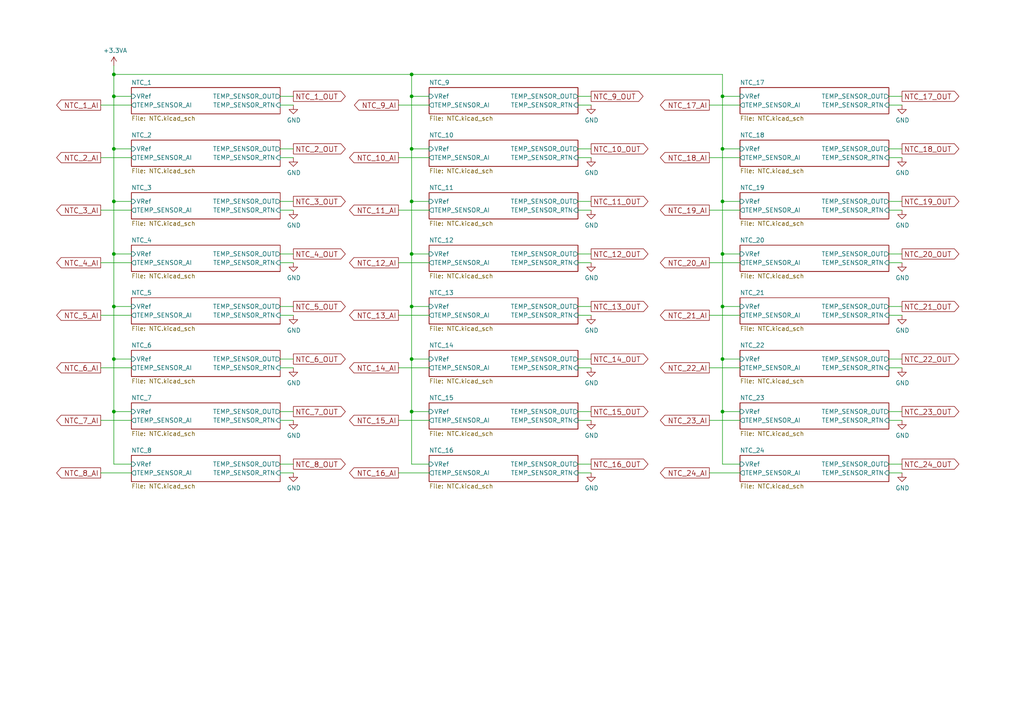
<source format=kicad_sch>
(kicad_sch (version 20250114) (generator "eeschema") (generator_version "9.0")
  (paper "A4")
  (lib_symbols
    (symbol "power:+3.3VA" (power) (pin_names (offset 0))
      (property "Value" "+3.3VA" (at 0 3.556 0))
      (symbol "+3.3VA_0_1"
        (polyline (pts (xy -0.762 1.27) (xy 0 2.54)))
        (polyline (pts (xy 0 2.54) (xy 0.762 1.27)))
        (polyline (pts (xy 0 0) (xy 0 2.54)))
      )
      (symbol "+3.3VA_1_1"
        (pin power_in line (at 0 0 90) (length 0) (hide yes) (name "+3.3VA") (number "1"))
      )
    )
    (symbol "power:GND" (power) (pin_names (offset 0))
      (property "Value" "GND" (at 0 -3.81 0))
      (symbol "GND_0_1"
        (polyline (pts (xy 0 0) (xy 0 -1.27) (xy 1.27 -1.27) (xy 0 -2.54) (xy -1.27 -1.27) (xy 0 -1.27)))
      )
      (symbol "GND_1_1"
        (pin power_in line (at 0 0 270) (length 0) (hide yes) (name "GND") (number "1"))
      )
    )
  )
  (junction (at 119.38 43.18))
  (junction (at 33.02 119.38))
  (junction (at 33.02 58.42))
  (junction (at 33.02 104.14))
  (junction (at 209.55 119.38))
  (junction (at 119.38 104.14))
  (junction (at 209.55 58.42))
  (junction (at 119.38 58.42))
  (junction (at 209.55 27.94))
  (junction (at 209.55 43.18))
  (junction (at 33.02 21.59))
  (junction (at 33.02 27.94))
  (junction (at 119.38 88.9))
  (junction (at 119.38 119.38))
  (junction (at 119.38 27.94))
  (junction (at 119.38 73.66))
  (junction (at 209.55 73.66))
  (junction (at 33.02 73.66))
  (junction (at 119.38 21.59))
  (junction (at 33.02 43.18))
  (junction (at 209.55 104.14))
  (junction (at 33.02 88.9))
  (junction (at 209.55 88.9))
  (wire (pts (xy 85.09 76.2) (xy 81.28 76.2)))
  (wire (pts (xy 214.63 27.94) (xy 209.55 27.94)))
  (wire (pts (xy 214.63 43.18) (xy 209.55 43.18)))
  (wire (pts (xy 171.45 60.96) (xy 167.64 60.96)))
  (wire (pts (xy 85.09 27.94) (xy 81.28 27.94)))
  (wire (pts (xy 38.1 30.48) (xy 29.21 30.48)))
  (wire (pts (xy 119.38 119.38) (xy 119.38 134.62)))
  (wire (pts (xy 119.38 73.66) (xy 124.46 73.66)))
  (wire (pts (xy 38.1 91.44) (xy 29.21 91.44)))
  (wire (pts (xy 119.38 88.9) (xy 124.46 88.9)))
  (wire (pts (xy 33.02 58.42) (xy 33.02 73.66)))
  (wire (pts (xy 115.57 76.2) (xy 124.46 76.2)))
  (wire (pts (xy 261.62 43.18) (xy 257.81 43.18)))
  (wire (pts (xy 33.02 104.14) (xy 33.02 119.38)))
  (wire (pts (xy 85.09 58.42) (xy 81.28 58.42)))
  (wire (pts (xy 85.09 119.38) (xy 81.28 119.38)))
  (wire (pts (xy 261.62 88.9) (xy 257.81 88.9)))
  (wire (pts (xy 261.62 104.14) (xy 257.81 104.14)))
  (wire (pts (xy 214.63 58.42) (xy 209.55 58.42)))
  (wire (pts (xy 115.57 137.16) (xy 124.46 137.16)))
  (wire (pts (xy 171.45 119.38) (xy 167.64 119.38)))
  (wire (pts (xy 261.62 121.92) (xy 257.81 121.92)))
  (wire (pts (xy 261.62 106.68) (xy 257.81 106.68)))
  (wire (pts (xy 119.38 43.18) (xy 119.38 58.42)))
  (wire (pts (xy 33.02 88.9) (xy 33.02 104.14)))
  (wire (pts (xy 38.1 106.68) (xy 29.21 106.68)))
  (wire (pts (xy 171.45 88.9) (xy 167.64 88.9)))
  (wire (pts (xy 38.1 76.2) (xy 29.21 76.2)))
  (wire (pts (xy 261.62 137.16) (xy 257.81 137.16)))
  (wire (pts (xy 171.45 121.92) (xy 167.64 121.92)))
  (wire (pts (xy 33.02 119.38) (xy 33.02 134.62)))
  (wire (pts (xy 261.62 91.44) (xy 257.81 91.44)))
  (wire (pts (xy 209.55 43.18) (xy 209.55 58.42)))
  (wire (pts (xy 171.45 137.16) (xy 167.64 137.16)))
  (wire (pts (xy 33.02 21.59) (xy 119.38 21.59)))
  (wire (pts (xy 214.63 76.2) (xy 205.74 76.2)))
  (wire (pts (xy 33.02 73.66) (xy 38.1 73.66)))
  (wire (pts (xy 214.63 73.66) (xy 209.55 73.66)))
  (wire (pts (xy 124.46 45.72) (xy 115.57 45.72)))
  (wire (pts (xy 209.55 27.94) (xy 209.55 43.18)))
  (wire (pts (xy 261.62 119.38) (xy 257.81 119.38)))
  (wire (pts (xy 209.55 73.66) (xy 209.55 88.9)))
  (wire (pts (xy 209.55 104.14) (xy 209.55 119.38)))
  (wire (pts (xy 85.09 45.72) (xy 81.28 45.72)))
  (wire (pts (xy 119.38 88.9) (xy 119.38 104.14)))
  (wire (pts (xy 33.02 88.9) (xy 38.1 88.9)))
  (wire (pts (xy 205.74 121.92) (xy 214.63 121.92)))
  (wire (pts (xy 33.02 27.94) (xy 33.02 43.18)))
  (wire (pts (xy 261.62 30.48) (xy 257.81 30.48)))
  (wire (pts (xy 38.1 45.72) (xy 29.21 45.72)))
  (wire (pts (xy 85.09 137.16) (xy 81.28 137.16)))
  (wire (pts (xy 261.62 27.94) (xy 257.81 27.94)))
  (wire (pts (xy 85.09 73.66) (xy 81.28 73.66)))
  (wire (pts (xy 124.46 27.94) (xy 119.38 27.94)))
  (wire (pts (xy 171.45 45.72) (xy 167.64 45.72)))
  (wire (pts (xy 33.02 43.18) (xy 33.02 58.42)))
  (wire (pts (xy 115.57 91.44) (xy 124.46 91.44)))
  (wire (pts (xy 171.45 58.42) (xy 167.64 58.42)))
  (wire (pts (xy 171.45 27.94) (xy 167.64 27.94)))
  (wire (pts (xy 171.45 134.62) (xy 167.64 134.62)))
  (wire (pts (xy 209.55 21.59) (xy 209.55 27.94)))
  (wire (pts (xy 124.46 119.38) (xy 119.38 119.38)))
  (wire (pts (xy 261.62 60.96) (xy 257.81 60.96)))
  (wire (pts (xy 85.09 134.62) (xy 81.28 134.62)))
  (wire (pts (xy 119.38 58.42) (xy 119.38 73.66)))
  (wire (pts (xy 171.45 106.68) (xy 167.64 106.68)))
  (wire (pts (xy 33.02 73.66) (xy 33.02 88.9)))
  (wire (pts (xy 33.02 43.18) (xy 38.1 43.18)))
  (wire (pts (xy 115.57 121.92) (xy 124.46 121.92)))
  (wire (pts (xy 214.63 60.96) (xy 205.74 60.96)))
  (wire (pts (xy 119.38 27.94) (xy 119.38 43.18)))
  (wire (pts (xy 209.55 134.62) (xy 214.63 134.62)))
  (wire (pts (xy 85.09 91.44) (xy 81.28 91.44)))
  (wire (pts (xy 214.63 30.48) (xy 205.74 30.48)))
  (wire (pts (xy 171.45 104.14) (xy 167.64 104.14)))
  (wire (pts (xy 209.55 21.59) (xy 119.38 21.59)))
  (wire (pts (xy 205.74 137.16) (xy 214.63 137.16)))
  (wire (pts (xy 85.09 30.48) (xy 81.28 30.48)))
  (wire (pts (xy 171.45 76.2) (xy 167.64 76.2)))
  (wire (pts (xy 85.09 104.14) (xy 81.28 104.14)))
  (wire (pts (xy 209.55 88.9) (xy 209.55 104.14)))
  (wire (pts (xy 171.45 30.48) (xy 167.64 30.48)))
  (wire (pts (xy 171.45 91.44) (xy 167.64 91.44)))
  (wire (pts (xy 38.1 137.16) (xy 29.21 137.16)))
  (wire (pts (xy 33.02 27.94) (xy 33.02 21.59)))
  (wire (pts (xy 124.46 30.48) (xy 115.57 30.48)))
  (wire (pts (xy 85.09 43.18) (xy 81.28 43.18)))
  (wire (pts (xy 85.09 60.96) (xy 81.28 60.96)))
  (wire (pts (xy 85.09 88.9) (xy 81.28 88.9)))
  (wire (pts (xy 85.09 106.68) (xy 81.28 106.68)))
  (wire (pts (xy 119.38 58.42) (xy 124.46 58.42)))
  (wire (pts (xy 261.62 73.66) (xy 257.81 73.66)))
  (wire (pts (xy 171.45 73.66) (xy 167.64 73.66)))
  (wire (pts (xy 33.02 119.38) (xy 38.1 119.38)))
  (wire (pts (xy 33.02 58.42) (xy 38.1 58.42)))
  (wire (pts (xy 261.62 58.42) (xy 257.81 58.42)))
  (wire (pts (xy 33.02 104.14) (xy 38.1 104.14)))
  (wire (pts (xy 124.46 43.18) (xy 119.38 43.18)))
  (wire (pts (xy 261.62 134.62) (xy 257.81 134.62)))
  (wire (pts (xy 205.74 91.44) (xy 214.63 91.44)))
  (wire (pts (xy 38.1 121.92) (xy 29.21 121.92)))
  (wire (pts (xy 209.55 104.14) (xy 214.63 104.14)))
  (wire (pts (xy 209.55 119.38) (xy 209.55 134.62)))
  (wire (pts (xy 85.09 121.92) (xy 81.28 121.92)))
  (wire (pts (xy 115.57 106.68) (xy 124.46 106.68)))
  (wire (pts (xy 119.38 104.14) (xy 124.46 104.14)))
  (wire (pts (xy 261.62 76.2) (xy 257.81 76.2)))
  (wire (pts (xy 33.02 134.62) (xy 38.1 134.62)))
  (wire (pts (xy 124.46 134.62) (xy 119.38 134.62)))
  (wire (pts (xy 205.74 106.68) (xy 214.63 106.68)))
  (wire (pts (xy 115.57 60.96) (xy 124.46 60.96)))
  (wire (pts (xy 119.38 21.59) (xy 119.38 27.94)))
  (wire (pts (xy 119.38 104.14) (xy 119.38 119.38)))
  (wire (pts (xy 38.1 27.94) (xy 33.02 27.94)))
  (wire (pts (xy 33.02 21.59) (xy 33.02 19.05)))
  (wire (pts (xy 171.45 43.18) (xy 167.64 43.18)))
  (wire (pts (xy 209.55 88.9) (xy 214.63 88.9)))
  (wire (pts (xy 209.55 58.42) (xy 209.55 73.66)))
  (wire (pts (xy 209.55 119.38) (xy 214.63 119.38)))
  (wire (pts (xy 119.38 73.66) (xy 119.38 88.9)))
  (wire (pts (xy 261.62 45.72) (xy 257.81 45.72)))
  (wire (pts (xy 38.1 60.96) (xy 29.21 60.96)))
  (wire (pts (xy 214.63 45.72) (xy 205.74 45.72)))
  (global_label "NTC_20_OUT" (shape output) (at 261.62 73.66 0) (effects (font (size 1.4986 1.4986))) (property "Intersheetrefs" "${INTERSHEET_REFS}" (effects (hide yes))))
  (global_label "NTC_13_AI" (shape output) (at 115.57 91.44 180) (effects (font (size 1.4986 1.4986))) (property "Intersheetrefs" "${INTERSHEET_REFS}" (effects (hide yes))))
  (global_label "NTC_18_AI" (shape output) (at 205.74 45.72 180) (effects (font (size 1.4986 1.4986))) (property "Intersheetrefs" "${INTERSHEET_REFS}" (effects (hide yes))))
  (global_label "NTC_10_AI" (shape output) (at 115.57 45.72 180) (effects (font (size 1.4986 1.4986))) (property "Intersheetrefs" "${INTERSHEET_REFS}" (effects (hide yes))))
  (global_label "NTC_12_OUT" (shape output) (at 171.45 73.66 0) (effects (font (size 1.4986 1.4986))) (property "Intersheetrefs" "${INTERSHEET_REFS}" (effects (hide yes))))
  (global_label "NTC_18_OUT" (shape output) (at 261.62 43.18 0) (effects (font (size 1.4986 1.4986))) (property "Intersheetrefs" "${INTERSHEET_REFS}" (effects (hide yes))))
  (global_label "NTC_14_OUT" (shape output) (at 171.45 104.14 0) (effects (font (size 1.4986 1.4986))) (property "Intersheetrefs" "${INTERSHEET_REFS}" (effects (hide yes))))
  (global_label "NTC_10_OUT" (shape output) (at 171.45 43.18 0) (effects (font (size 1.4986 1.4986))) (property "Intersheetrefs" "${INTERSHEET_REFS}" (effects (hide yes))))
  (global_label "NTC_11_AI" (shape output) (at 115.57 60.96 180) (effects (font (size 1.4986 1.4986))) (property "Intersheetrefs" "${INTERSHEET_REFS}" (effects (hide yes))))
  (global_label "NTC_6_AI" (shape output) (at 29.21 106.68 180) (effects (font (size 1.4986 1.4986))) (property "Intersheetrefs" "${INTERSHEET_REFS}" (effects (hide yes))))
  (global_label "NTC_15_AI" (shape output) (at 115.57 121.92 180) (effects (font (size 1.4986 1.4986))) (property "Intersheetrefs" "${INTERSHEET_REFS}" (effects (hide yes))))
  (global_label "NTC_5_OUT" (shape output) (at 85.09 88.9 0) (effects (font (size 1.4986 1.4986))) (property "Intersheetrefs" "${INTERSHEET_REFS}" (effects (hide yes))))
  (global_label "NTC_7_AI" (shape output) (at 29.21 121.92 180) (effects (font (size 1.4986 1.4986))) (property "Intersheetrefs" "${INTERSHEET_REFS}" (effects (hide yes))))
  (global_label "NTC_9_AI" (shape output) (at 115.57 30.48 180) (effects (font (size 1.4986 1.4986))) (property "Intersheetrefs" "${INTERSHEET_REFS}" (effects (hide yes))))
  (global_label "NTC_7_OUT" (shape output) (at 85.09 119.38 0) (effects (font (size 1.4986 1.4986))) (property "Intersheetrefs" "${INTERSHEET_REFS}" (effects (hide yes))))
  (global_label "NTC_4_AI" (shape output) (at 29.21 76.2 180) (effects (font (size 1.4986 1.4986))) (property "Intersheetrefs" "${INTERSHEET_REFS}" (effects (hide yes))))
  (global_label "NTC_9_OUT" (shape output) (at 171.45 27.94 0) (effects (font (size 1.4986 1.4986))) (property "Intersheetrefs" "${INTERSHEET_REFS}" (effects (hide yes))))
  (global_label "NTC_23_OUT" (shape output) (at 261.62 119.38 0) (effects (font (size 1.4986 1.4986))) (property "Intersheetrefs" "${INTERSHEET_REFS}" (effects (hide yes))))
  (global_label "NTC_3_AI" (shape output) (at 29.21 60.96 180) (effects (font (size 1.4986 1.4986))) (property "Intersheetrefs" "${INTERSHEET_REFS}" (effects (hide yes))))
  (global_label "NTC_24_OUT" (shape output) (at 261.62 134.62 0) (effects (font (size 1.4986 1.4986))) (property "Intersheetrefs" "${INTERSHEET_REFS}" (effects (hide yes))))
  (global_label "NTC_15_OUT" (shape output) (at 171.45 119.38 0) (effects (font (size 1.4986 1.4986))) (property "Intersheetrefs" "${INTERSHEET_REFS}" (effects (hide yes))))
  (global_label "NTC_17_OUT" (shape output) (at 261.62 27.94 0) (effects (font (size 1.4986 1.4986))) (property "Intersheetrefs" "${INTERSHEET_REFS}" (effects (hide yes))))
  (global_label "NTC_3_OUT" (shape output) (at 85.09 58.42 0) (effects (font (size 1.4986 1.4986))) (property "Intersheetrefs" "${INTERSHEET_REFS}" (effects (hide yes))))
  (global_label "NTC_21_OUT" (shape output) (at 261.62 88.9 0) (effects (font (size 1.4986 1.4986))) (property "Intersheetrefs" "${INTERSHEET_REFS}" (effects (hide yes))))
  (global_label "NTC_1_OUT" (shape output) (at 85.09 27.94 0) (effects (font (size 1.4986 1.4986))) (property "Intersheetrefs" "${INTERSHEET_REFS}" (effects (hide yes))))
  (global_label "NTC_20_AI" (shape output) (at 205.74 76.2 180) (effects (font (size 1.4986 1.4986))) (property "Intersheetrefs" "${INTERSHEET_REFS}" (effects (hide yes))))
  (global_label "NTC_8_AI" (shape output) (at 29.21 137.16 180) (effects (font (size 1.4986 1.4986))) (property "Intersheetrefs" "${INTERSHEET_REFS}" (effects (hide yes))))
  (global_label "NTC_16_OUT" (shape output) (at 171.45 134.62 0) (effects (font (size 1.4986 1.4986))) (property "Intersheetrefs" "${INTERSHEET_REFS}" (effects (hide yes))))
  (global_label "NTC_4_OUT" (shape output) (at 85.09 73.66 0) (effects (font (size 1.4986 1.4986))) (property "Intersheetrefs" "${INTERSHEET_REFS}" (effects (hide yes))))
  (global_label "NTC_2_OUT" (shape output) (at 85.09 43.18 0) (effects (font (size 1.4986 1.4986))) (property "Intersheetrefs" "${INTERSHEET_REFS}" (effects (hide yes))))
  (global_label "NTC_13_OUT" (shape output) (at 171.45 88.9 0) (effects (font (size 1.4986 1.4986))) (property "Intersheetrefs" "${INTERSHEET_REFS}" (effects (hide yes))))
  (global_label "NTC_17_AI" (shape output) (at 205.74 30.48 180) (effects (font (size 1.4986 1.4986))) (property "Intersheetrefs" "${INTERSHEET_REFS}" (effects (hide yes))))
  (global_label "NTC_19_AI" (shape output) (at 205.74 60.96 180) (effects (font (size 1.4986 1.4986))) (property "Intersheetrefs" "${INTERSHEET_REFS}" (effects (hide yes))))
  (global_label "NTC_5_AI" (shape output) (at 29.21 91.44 180) (effects (font (size 1.4986 1.4986))) (property "Intersheetrefs" "${INTERSHEET_REFS}" (effects (hide yes))))
  (global_label "NTC_22_AI" (shape output) (at 205.74 106.68 180) (effects (font (size 1.4986 1.4986))) (property "Intersheetrefs" "${INTERSHEET_REFS}" (effects (hide yes))))
  (global_label "NTC_1_AI" (shape output) (at 29.21 30.48 180) (effects (font (size 1.4986 1.4986))) (property "Intersheetrefs" "${INTERSHEET_REFS}" (effects (hide yes))))
  (global_label "NTC_22_OUT" (shape output) (at 261.62 104.14 0) (effects (font (size 1.4986 1.4986))) (property "Intersheetrefs" "${INTERSHEET_REFS}" (effects (hide yes))))
  (global_label "NTC_23_AI" (shape output) (at 205.74 121.92 180) (effects (font (size 1.4986 1.4986))) (property "Intersheetrefs" "${INTERSHEET_REFS}" (effects (hide yes))))
  (global_label "NTC_2_AI" (shape output) (at 29.21 45.72 180) (effects (font (size 1.4986 1.4986))) (property "Intersheetrefs" "${INTERSHEET_REFS}" (effects (hide yes))))
  (global_label "NTC_21_AI" (shape output) (at 205.74 91.44 180) (effects (font (size 1.4986 1.4986))) (property "Intersheetrefs" "${INTERSHEET_REFS}" (effects (hide yes))))
  (global_label "NTC_16_AI" (shape output) (at 115.57 137.16 180) (effects (font (size 1.4986 1.4986))) (property "Intersheetrefs" "${INTERSHEET_REFS}" (effects (hide yes))))
  (global_label "NTC_8_OUT" (shape output) (at 85.09 134.62 0) (effects (font (size 1.4986 1.4986))) (property "Intersheetrefs" "${INTERSHEET_REFS}" (effects (hide yes))))
  (global_label "NTC_14_AI" (shape output) (at 115.57 106.68 180) (effects (font (size 1.4986 1.4986))) (property "Intersheetrefs" "${INTERSHEET_REFS}" (effects (hide yes))))
  (global_label "NTC_6_OUT" (shape output) (at 85.09 104.14 0) (effects (font (size 1.4986 1.4986))) (property "Intersheetrefs" "${INTERSHEET_REFS}" (effects (hide yes))))
  (global_label "NTC_24_AI" (shape output) (at 205.74 137.16 180) (effects (font (size 1.4986 1.4986))) (property "Intersheetrefs" "${INTERSHEET_REFS}" (effects (hide yes))))
  (global_label "NTC_19_OUT" (shape output) (at 261.62 58.42 0) (effects (font (size 1.4986 1.4986))) (property "Intersheetrefs" "${INTERSHEET_REFS}" (effects (hide yes))))
  (global_label "NTC_12_AI" (shape output) (at 115.57 76.2 180) (effects (font (size 1.4986 1.4986))) (property "Intersheetrefs" "${INTERSHEET_REFS}" (effects (hide yes))))
  (global_label "NTC_11_OUT" (shape output) (at 171.45 58.42 0) (effects (font (size 1.4986 1.4986))) (property "Intersheetrefs" "${INTERSHEET_REFS}" (effects (hide yes))))
  (symbol (lib_id "power:GND") (at 85.09 30.48 0) (unit 1)
    (property "Reference" "#PWR0219" (effects (hide yes)))
    (property "Value" "GND" (at 85.217 34.8742 0))
  )
  (symbol (lib_id "power:GND") (at 85.09 45.72 0) (unit 1)
    (property "Reference" "#PWR0224" (effects (hide yes)))
    (property "Value" "GND" (at 85.217 50.1142 0))
  )
  (symbol (lib_id "power:GND") (at 85.09 60.96 0) (unit 1)
    (property "Reference" "#PWR0232" (effects (hide yes)))
    (property "Value" "GND" (at 85.217 65.3542 0))
  )
  (symbol (lib_id "power:GND") (at 85.09 76.2 0) (unit 1)
    (property "Reference" "#PWR0244" (effects (hide yes)))
    (property "Value" "GND" (at 85.217 80.5942 0))
  )
  (symbol (lib_id "power:GND") (at 85.09 91.44 0) (unit 1)
    (property "Reference" "#PWR0251" (effects (hide yes)))
    (property "Value" "GND" (at 85.217 95.8342 0))
  )
  (symbol (lib_id "power:GND") (at 85.09 106.68 0) (unit 1)
    (property "Reference" "#PWR0256" (effects (hide yes)))
    (property "Value" "GND" (at 85.217 111.0742 0))
  )
  (symbol (lib_id "power:GND") (at 85.09 121.92 0) (unit 1)
    (property "Reference" "#PWR0257" (effects (hide yes)))
    (property "Value" "GND" (at 85.217 126.3142 0))
  )
  (symbol (lib_id "power:GND") (at 85.09 137.16 0) (unit 1)
    (property "Reference" "#PWR0258" (effects (hide yes)))
    (property "Value" "GND" (at 85.217 141.5542 0))
  )
  (symbol (lib_id "power:GND") (at 171.45 137.16 0) (unit 1)
    (property "Reference" "#PWR0259" (effects (hide yes)))
    (property "Value" "GND" (at 171.577 141.5542 0))
  )
  (symbol (lib_id "power:GND") (at 171.45 121.92 0) (unit 1)
    (property "Reference" "#PWR0260" (effects (hide yes)))
    (property "Value" "GND" (at 171.577 126.3142 0))
  )
  (symbol (lib_id "power:GND") (at 171.45 106.68 0) (unit 1)
    (property "Reference" "#PWR0261" (effects (hide yes)))
    (property "Value" "GND" (at 171.577 111.0742 0))
  )
  (symbol (lib_id "power:GND") (at 171.45 91.44 0) (unit 1)
    (property "Reference" "#PWR0262" (effects (hide yes)))
    (property "Value" "GND" (at 171.577 95.8342 0))
  )
  (symbol (lib_id "power:GND") (at 171.45 76.2 0) (unit 1)
    (property "Reference" "#PWR0263" (effects (hide yes)))
    (property "Value" "GND" (at 171.577 80.5942 0))
  )
  (symbol (lib_id "power:GND") (at 171.45 60.96 0) (unit 1)
    (property "Reference" "#PWR0264" (effects (hide yes)))
    (property "Value" "GND" (at 171.577 65.3542 0))
  )
  (symbol (lib_id "power:GND") (at 171.45 45.72 0) (unit 1)
    (property "Reference" "#PWR0265" (effects (hide yes)))
    (property "Value" "GND" (at 171.577 50.1142 0))
  )
  (symbol (lib_id "power:GND") (at 171.45 30.48 0) (unit 1)
    (property "Reference" "#PWR0266" (effects (hide yes)))
    (property "Value" "GND" (at 171.577 34.8742 0))
  )
  (symbol (lib_id "power:GND") (at 261.62 30.48 0) (unit 1)
    (property "Reference" "#PWR0267" (effects (hide yes)))
    (property "Value" "GND" (at 261.747 34.8742 0))
  )
  (symbol (lib_id "power:GND") (at 261.62 45.72 0) (unit 1)
    (property "Reference" "#PWR0268" (effects (hide yes)))
    (property "Value" "GND" (at 261.747 50.1142 0))
  )
  (symbol (lib_id "power:GND") (at 261.62 60.96 0) (unit 1)
    (property "Reference" "#PWR0269" (effects (hide yes)))
    (property "Value" "GND" (at 261.747 65.3542 0))
  )
  (symbol (lib_id "power:GND") (at 261.62 76.2 0) (unit 1)
    (property "Reference" "#PWR0270" (effects (hide yes)))
    (property "Value" "GND" (at 261.747 80.5942 0))
  )
  (symbol (lib_id "power:GND") (at 261.62 91.44 0) (unit 1)
    (property "Reference" "#PWR0271" (effects (hide yes)))
    (property "Value" "GND" (at 261.747 95.8342 0))
  )
  (symbol (lib_id "power:GND") (at 261.62 106.68 0) (unit 1)
    (property "Reference" "#PWR0272" (effects (hide yes)))
    (property "Value" "GND" (at 261.747 111.0742 0))
  )
  (symbol (lib_id "power:GND") (at 261.62 121.92 0) (unit 1)
    (property "Reference" "#PWR0273" (effects (hide yes)))
    (property "Value" "GND" (at 261.747 126.3142 0))
  )
  (symbol (lib_id "power:GND") (at 261.62 137.16 0) (unit 1)
    (property "Reference" "#PWR0274" (effects (hide yes)))
    (property "Value" "GND" (at 261.747 141.5542 0))
  )
  (symbol (lib_id "power:+3.3VA") (at 33.02 19.05 0) (unit 1)
    (property "Reference" "#PWR022" (effects (hide yes)))
    (property "Value" "+3.3VA" (at 33.401 14.6558 0))
  )
  (sheet (at 38.1 25.4) (size 43.18 7.62)
    (property "Sheetname" "NTC_1" (at 38.1 24.6884 0) (effects (justify left bottom)))
    (property "Sheetfile" "NTC.kicad_sch" (at 38.1 33.6046 0) (effects (justify left top)))
    (pin "TEMP_SENSOR_OUT" output (at 81.28 27.94 0))
    (pin "TEMP_SENSOR_RTN" input (at 81.28 30.48 0))
    (pin "TEMP_SENSOR_AI" output (at 38.1 30.48 180))
    (pin "VRef" input (at 38.1 27.94 180))
  )
  (sheet (at 38.1 40.64) (size 43.18 7.62)
    (property "Sheetname" "NTC_2" (at 38.1 39.9284 0) (effects (justify left bottom)))
    (property "Sheetfile" "NTC.kicad_sch" (at 38.1 48.8446 0) (effects (justify left top)))
    (pin "TEMP_SENSOR_OUT" output (at 81.28 43.18 0))
    (pin "TEMP_SENSOR_RTN" input (at 81.28 45.72 0))
    (pin "TEMP_SENSOR_AI" output (at 38.1 45.72 180))
    (pin "VRef" input (at 38.1 43.18 180))
  )
  (sheet (at 38.1 55.88) (size 43.18 7.62)
    (property "Sheetname" "NTC_3" (at 38.1 55.1684 0) (effects (justify left bottom)))
    (property "Sheetfile" "NTC.kicad_sch" (at 38.1 64.0846 0) (effects (justify left top)))
    (pin "TEMP_SENSOR_OUT" output (at 81.28 58.42 0))
    (pin "TEMP_SENSOR_RTN" input (at 81.28 60.96 0))
    (pin "TEMP_SENSOR_AI" output (at 38.1 60.96 180))
    (pin "VRef" input (at 38.1 58.42 180))
  )
  (sheet (at 38.1 71.12) (size 43.18 7.62)
    (property "Sheetname" "NTC_4" (at 38.1 70.4084 0) (effects (justify left bottom)))
    (property "Sheetfile" "NTC.kicad_sch" (at 38.1 79.3246 0) (effects (justify left top)))
    (pin "TEMP_SENSOR_OUT" output (at 81.28 73.66 0))
    (pin "TEMP_SENSOR_RTN" input (at 81.28 76.2 0))
    (pin "TEMP_SENSOR_AI" output (at 38.1 76.2 180))
    (pin "VRef" input (at 38.1 73.66 180))
  )
  (sheet (at 38.1 86.36) (size 43.18 7.62)
    (property "Sheetname" "NTC_5" (at 38.1 85.6484 0) (effects (justify left bottom)))
    (property "Sheetfile" "NTC.kicad_sch" (at 38.1 94.5646 0) (effects (justify left top)))
    (pin "TEMP_SENSOR_OUT" output (at 81.28 88.9 0))
    (pin "TEMP_SENSOR_RTN" input (at 81.28 91.44 0))
    (pin "TEMP_SENSOR_AI" output (at 38.1 91.44 180))
    (pin "VRef" input (at 38.1 88.9 180))
  )
  (sheet (at 38.1 101.6) (size 43.18 7.62)
    (property "Sheetname" "NTC_6" (at 38.1 100.8884 0) (effects (justify left bottom)))
    (property "Sheetfile" "NTC.kicad_sch" (at 38.1 109.8046 0) (effects (justify left top)))
    (pin "TEMP_SENSOR_OUT" output (at 81.28 104.14 0))
    (pin "TEMP_SENSOR_RTN" input (at 81.28 106.68 0))
    (pin "TEMP_SENSOR_AI" output (at 38.1 106.68 180))
    (pin "VRef" input (at 38.1 104.14 180))
  )
  (sheet (at 38.1 116.84) (size 43.18 7.62)
    (property "Sheetname" "NTC_7" (at 38.1 116.1284 0) (effects (justify left bottom)))
    (property "Sheetfile" "NTC.kicad_sch" (at 38.1 125.0446 0) (effects (justify left top)))
    (pin "TEMP_SENSOR_OUT" output (at 81.28 119.38 0))
    (pin "TEMP_SENSOR_RTN" input (at 81.28 121.92 0))
    (pin "TEMP_SENSOR_AI" output (at 38.1 121.92 180))
    (pin "VRef" input (at 38.1 119.38 180))
  )
  (sheet (at 38.1 132.08) (size 43.18 7.62)
    (property "Sheetname" "NTC_8" (at 38.1 131.3684 0) (effects (justify left bottom)))
    (property "Sheetfile" "NTC.kicad_sch" (at 38.1 140.2846 0) (effects (justify left top)))
    (pin "TEMP_SENSOR_OUT" output (at 81.28 134.62 0))
    (pin "TEMP_SENSOR_RTN" input (at 81.28 137.16 0))
    (pin "TEMP_SENSOR_AI" output (at 38.1 137.16 180))
    (pin "VRef" input (at 38.1 134.62 180))
  )
  (sheet (at 124.46 25.4) (size 43.18 7.62)
    (property "Sheetname" "NTC_9" (at 124.46 24.6884 0) (effects (justify left bottom)))
    (property "Sheetfile" "NTC.kicad_sch" (at 124.46 33.6046 0) (effects (justify left top)))
    (pin "TEMP_SENSOR_OUT" output (at 167.64 27.94 0))
    (pin "TEMP_SENSOR_RTN" input (at 167.64 30.48 0))
    (pin "TEMP_SENSOR_AI" output (at 124.46 30.48 180))
    (pin "VRef" input (at 124.46 27.94 180))
  )
  (sheet (at 124.46 40.64) (size 43.18 7.62)
    (property "Sheetname" "NTC_10" (at 124.46 39.9284 0) (effects (justify left bottom)))
    (property "Sheetfile" "NTC.kicad_sch" (at 124.46 48.8446 0) (effects (justify left top)))
    (pin "TEMP_SENSOR_OUT" output (at 167.64 43.18 0))
    (pin "TEMP_SENSOR_RTN" input (at 167.64 45.72 0))
    (pin "TEMP_SENSOR_AI" output (at 124.46 45.72 180))
    (pin "VRef" input (at 124.46 43.18 180))
  )
  (sheet (at 124.46 55.88) (size 43.18 7.62)
    (property "Sheetname" "NTC_11" (at 124.46 55.1684 0) (effects (justify left bottom)))
    (property "Sheetfile" "NTC.kicad_sch" (at 124.46 64.0846 0) (effects (justify left top)))
    (pin "TEMP_SENSOR_OUT" output (at 167.64 58.42 0))
    (pin "TEMP_SENSOR_RTN" input (at 167.64 60.96 0))
    (pin "TEMP_SENSOR_AI" output (at 124.46 60.96 180))
    (pin "VRef" input (at 124.46 58.42 180))
  )
  (sheet (at 124.46 71.12) (size 43.18 7.62)
    (property "Sheetname" "NTC_12" (at 124.46 70.4084 0) (effects (justify left bottom)))
    (property "Sheetfile" "NTC.kicad_sch" (at 124.46 79.3246 0) (effects (justify left top)))
    (pin "TEMP_SENSOR_OUT" output (at 167.64 73.66 0))
    (pin "TEMP_SENSOR_RTN" input (at 167.64 76.2 0))
    (pin "TEMP_SENSOR_AI" output (at 124.46 76.2 180))
    (pin "VRef" input (at 124.46 73.66 180))
  )
  (sheet (at 124.46 86.36) (size 43.18 7.62)
    (property "Sheetname" "NTC_13" (at 124.46 85.6484 0) (effects (justify left bottom)))
    (property "Sheetfile" "NTC.kicad_sch" (at 124.46 94.5646 0) (effects (justify left top)))
    (pin "TEMP_SENSOR_OUT" output (at 167.64 88.9 0))
    (pin "TEMP_SENSOR_RTN" input (at 167.64 91.44 0))
    (pin "TEMP_SENSOR_AI" output (at 124.46 91.44 180))
    (pin "VRef" input (at 124.46 88.9 180))
  )
  (sheet (at 124.46 101.6) (size 43.18 7.62)
    (property "Sheetname" "NTC_14" (at 124.46 100.8884 0) (effects (justify left bottom)))
    (property "Sheetfile" "NTC.kicad_sch" (at 124.46 109.8046 0) (effects (justify left top)))
    (pin "TEMP_SENSOR_OUT" output (at 167.64 104.14 0))
    (pin "TEMP_SENSOR_RTN" input (at 167.64 106.68 0))
    (pin "TEMP_SENSOR_AI" output (at 124.46 106.68 180))
    (pin "VRef" input (at 124.46 104.14 180))
  )
  (sheet (at 124.46 116.84) (size 43.18 7.62)
    (property "Sheetname" "NTC_15" (at 124.46 116.1284 0) (effects (justify left bottom)))
    (property "Sheetfile" "NTC.kicad_sch" (at 124.46 125.0446 0) (effects (justify left top)))
    (pin "TEMP_SENSOR_OUT" output (at 167.64 119.38 0))
    (pin "TEMP_SENSOR_RTN" input (at 167.64 121.92 0))
    (pin "TEMP_SENSOR_AI" output (at 124.46 121.92 180))
    (pin "VRef" input (at 124.46 119.38 180))
  )
  (sheet (at 124.46 132.08) (size 43.18 7.62)
    (property "Sheetname" "NTC_16" (at 124.46 131.3684 0) (effects (justify left bottom)))
    (property "Sheetfile" "NTC.kicad_sch" (at 124.46 140.2846 0) (effects (justify left top)))
    (pin "TEMP_SENSOR_OUT" output (at 167.64 134.62 0))
    (pin "TEMP_SENSOR_RTN" input (at 167.64 137.16 0))
    (pin "TEMP_SENSOR_AI" output (at 124.46 137.16 180))
    (pin "VRef" input (at 124.46 134.62 180))
  )
  (sheet (at 214.63 25.4) (size 43.18 7.62)
    (property "Sheetname" "NTC_17" (at 214.63 24.6884 0) (effects (justify left bottom)))
    (property "Sheetfile" "NTC.kicad_sch" (at 214.63 33.6046 0) (effects (justify left top)))
    (pin "TEMP_SENSOR_OUT" output (at 257.81 27.94 0))
    (pin "TEMP_SENSOR_RTN" input (at 257.81 30.48 0))
    (pin "TEMP_SENSOR_AI" output (at 214.63 30.48 180))
    (pin "VRef" input (at 214.63 27.94 180))
  )
  (sheet (at 214.63 40.64) (size 43.18 7.62)
    (property "Sheetname" "NTC_18" (at 214.63 39.9284 0) (effects (justify left bottom)))
    (property "Sheetfile" "NTC.kicad_sch" (at 214.63 48.8446 0) (effects (justify left top)))
    (pin "TEMP_SENSOR_OUT" output (at 257.81 43.18 0))
    (pin "TEMP_SENSOR_RTN" input (at 257.81 45.72 0))
    (pin "TEMP_SENSOR_AI" output (at 214.63 45.72 180))
    (pin "VRef" input (at 214.63 43.18 180))
  )
  (sheet (at 214.63 55.88) (size 43.18 7.62)
    (property "Sheetname" "NTC_19" (at 214.63 55.1684 0) (effects (justify left bottom)))
    (property "Sheetfile" "NTC.kicad_sch" (at 214.63 64.0846 0) (effects (justify left top)))
    (pin "TEMP_SENSOR_OUT" output (at 257.81 58.42 0))
    (pin "TEMP_SENSOR_RTN" input (at 257.81 60.96 0))
    (pin "TEMP_SENSOR_AI" output (at 214.63 60.96 180))
    (pin "VRef" input (at 214.63 58.42 180))
  )
  (sheet (at 214.63 71.12) (size 43.18 7.62)
    (property "Sheetname" "NTC_20" (at 214.63 70.4084 0) (effects (justify left bottom)))
    (property "Sheetfile" "NTC.kicad_sch" (at 214.63 79.3246 0) (effects (justify left top)))
    (pin "TEMP_SENSOR_OUT" output (at 257.81 73.66 0))
    (pin "TEMP_SENSOR_RTN" input (at 257.81 76.2 0))
    (pin "TEMP_SENSOR_AI" output (at 214.63 76.2 180))
    (pin "VRef" input (at 214.63 73.66 180))
  )
  (sheet (at 214.63 86.36) (size 43.18 7.62)
    (property "Sheetname" "NTC_21" (at 214.63 85.6484 0) (effects (justify left bottom)))
    (property "Sheetfile" "NTC.kicad_sch" (at 214.63 94.5646 0) (effects (justify left top)))
    (pin "TEMP_SENSOR_OUT" output (at 257.81 88.9 0))
    (pin "TEMP_SENSOR_RTN" input (at 257.81 91.44 0))
    (pin "TEMP_SENSOR_AI" output (at 214.63 91.44 180))
    (pin "VRef" input (at 214.63 88.9 180))
  )
  (sheet (at 214.63 101.6) (size 43.18 7.62)
    (property "Sheetname" "NTC_22" (at 214.63 100.8884 0) (effects (justify left bottom)))
    (property "Sheetfile" "NTC.kicad_sch" (at 214.63 109.8046 0) (effects (justify left top)))
    (pin "TEMP_SENSOR_OUT" output (at 257.81 104.14 0))
    (pin "TEMP_SENSOR_RTN" input (at 257.81 106.68 0))
    (pin "TEMP_SENSOR_AI" output (at 214.63 106.68 180))
    (pin "VRef" input (at 214.63 104.14 180))
  )
  (sheet (at 214.63 116.84) (size 43.18 7.62)
    (property "Sheetname" "NTC_23" (at 214.63 116.1284 0) (effects (justify left bottom)))
    (property "Sheetfile" "NTC.kicad_sch" (at 214.63 125.0446 0) (effects (justify left top)))
    (pin "TEMP_SENSOR_OUT" output (at 257.81 119.38 0))
    (pin "TEMP_SENSOR_RTN" input (at 257.81 121.92 0))
    (pin "TEMP_SENSOR_AI" output (at 214.63 121.92 180))
    (pin "VRef" input (at 214.63 119.38 180))
  )
  (sheet (at 214.63 132.08) (size 43.18 7.62)
    (property "Sheetname" "NTC_24" (at 214.63 131.3684 0) (effects (justify left bottom)))
    (property "Sheetfile" "NTC.kicad_sch" (at 214.63 140.2846 0) (effects (justify left top)))
    (pin "TEMP_SENSOR_OUT" output (at 257.81 134.62 0))
    (pin "TEMP_SENSOR_RTN" input (at 257.81 137.16 0))
    (pin "TEMP_SENSOR_AI" output (at 214.63 137.16 180))
    (pin "VRef" input (at 214.63 134.62 180))
  )
)
</source>
